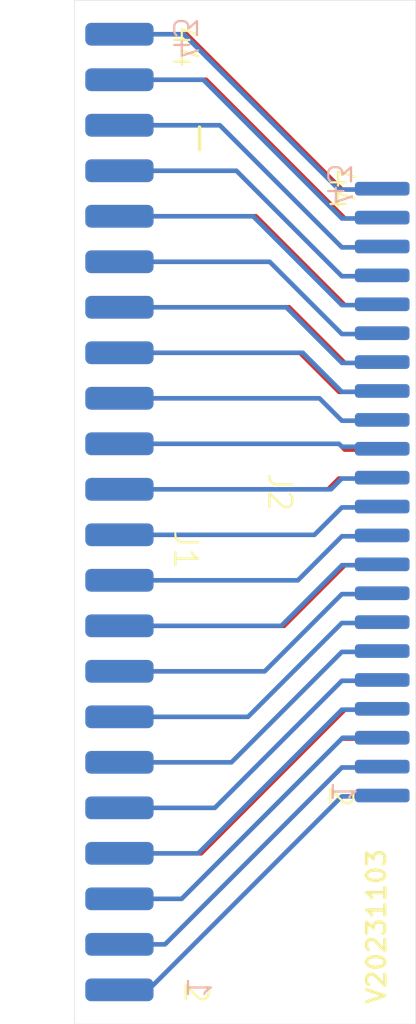
<source format=kicad_pcb>
(kicad_pcb (version 20221018) (generator pcbnew)
  (layers (0 "F.Cu" signal) (31 "B.Cu" signal) (34 "B.Paste" user) (35 "F.Paste" user) (36 "B.SilkS" user "B.Silkscreen") (37 "F.SilkS" user "F.Silkscreen") (38 "B.Mask" user) (39 "F.Mask" user) (44 "Edge.Cuts" user))
  (net 0 "")
  (net 1 "/P1")
  (net 2 "/P2")
  (net 3 "/P3")
  (net 4 "/P4")
  (net 5 "/P5")
  (net 6 "/P6")
  (net 7 "/P7")
  (net 8 "/P8")
  (net 9 "/P9")
  (net 10 "/P10")
  (net 11 "/P11")
  (net 12 "/P12")
  (net 13 "/P13")
  (net 14 "/P14")
  (net 15 "/P15")
  (net 16 "/P16")
  (net 17 "/P17")
  (net 18 "/P18")
  (net 19 "/P19")
  (net 20 "/P20")
  (net 21 "/P21")
  (net 22 "/P22")
  (net 23 "/P23")
  (net 24 "/P24")
  (net 25 "/P25")
  (net 26 "/P26")
  (net 27 "/P27")
  (net 28 "/P28")
  (net 29 "/P29")
  (net 30 "/P30")
  (net 31 "/P31")
  (net 32 "/P32")
  (net 33 "/P33")
  (net 34 "/P34")
  (net 35 "/P35")
  (net 36 "/P36")
  (net 37 "/P37")
  (net 38 "/P38")
  (net 39 "/P39")
  (net 40 "/P40")
  (net 41 "/P41")
  (net 42 "/P42")
  (net 43 "/P43")
  (net 44 "/P44")
  (footprint "SquantorConnectors:PCB_Edge_header_2x22_P1.27mm_receive_male" (layer "F.Cu") (at 28.524 41.619 -90)
    (fp_text reference "J2" (at 0 -0.5 -90 unlocked) (layer "F.SilkS") (effects (font (thickness 0.1))))
    (fp_text value "Conn_02x22_Odd_Even" hide)
    (fp_text user "43" (at -12.5 -2.5 -90 unlocked) (layer "B.SilkS") (effects (font (thickness 0.1)) (justify left bottom mirror)))
    (fp_text user "1" (at 13.7 -2.7 -90 unlocked) (layer "B.SilkS") (effects (font (thickness 0.1)) (justify left bottom mirror)))
    (fp_text user "44" (at -14.35 -2.6 -90 unlocked) (layer "F.SilkS") (effects (font (thickness 0.1)) (justify left bottom)))
    (fp_text user "2" (at 12.85 -2.6 -90 unlocked) (layer "F.SilkS") (effects (font (thickness 0.1)) (justify left bottom)))
    (pad "1" smd roundrect (at 13.335 -5 180) (size 2.4 0.6) (layers "B.Cu" "B.Paste" "B.Mask") (net 1 "/P1"))
    (pad "2" smd roundrect (at 13.335 -5 180) (size 2.4 0.6) (layers "F.Cu" "F.Paste" "F.Mask") (net 2 "/P2"))
    (pad "3" smd roundrect (at 12.065 -5 180) (size 2.4 0.6) (layers "B.Cu" "B.Paste" "B.Mask") (net 3 "/P3"))
    (pad "4" smd roundrect (at 12.065 -5 180) (size 2.4 0.6) (layers "F.Cu" "F.Paste" "F.Mask") (net 4 "/P4"))
    (pad "5" smd roundrect (at 10.795 -5 180) (size 2.4 0.6) (layers "B.Cu" "B.Paste" "B.Mask") (net 5 "/P5"))
    (pad "6" smd roundrect (at 10.795 -5 180) (size 2.4 0.6) (layers "F.Cu" "F.Paste" "F.Mask") (net 6 "/P6"))
    (pad "7" smd roundrect (at 9.525 -5 180) (size 2.4 0.6) (layers "B.Cu" "B.Paste" "B.Mask") (net 7 "/P7"))
    (pad "8" smd roundrect (at 9.525 -5 180) (size 2.4 0.6) (layers "F.Cu" "F.Paste" "F.Mask") (net 8 "/P8"))
    (pad "9" smd roundrect (at 8.255 -5 180) (size 2.4 0.6) (layers "B.Cu" "B.Paste" "B.Mask") (net 9 "/P9"))
    (pad "10" smd roundrect (at 8.255 -5 180) (size 2.4 0.6) (layers "F.Cu" "F.Paste" "F.Mask") (net 10 "/P10"))
    (pad "11" smd roundrect (at 6.985 -5 180) (size 2.4 0.6) (layers "B.Cu" "B.Paste" "B.Mask") (net 11 "/P11"))
    (pad "12" smd roundrect (at 6.985 -5 180) (size 2.4 0.6) (layers "F.Cu" "F.Paste" "F.Mask") (net 12 "/P12"))
    (pad "13" smd roundrect (at 5.715 -5 180) (size 2.4 0.6) (layers "B.Cu" "B.Paste" "B.Mask") (net 13 "/P13"))
    (pad "14" smd roundrect (at 5.715 -5 180) (size 2.4 0.6) (layers "F.Cu" "F.Paste" "F.Mask") (net 14 "/P14"))
    (pad "15" smd roundrect (at 4.445 -5 180) (size 2.4 0.6) (layers "B.Cu" "B.Paste" "B.Mask") (net 15 "/P15"))
    (pad "16" smd roundrect (at 4.445 -5 180) (size 2.4 0.6) (layers "F.Cu" "F.Paste" "F.Mask") (net 16 "/P16"))
    (pad "17" smd roundrect (at 3.175 -5 180) (size 2.4 0.6) (layers "B.Cu" "B.Paste" "B.Mask") (net 17 "/P17"))
    (pad "18" smd roundrect (at 3.175 -5 180) (size 2.4 0.6) (layers "F.Cu" "F.Paste" "F.Mask") (net 18 "/P18"))
    (pad "19" smd roundrect (at 1.905 -5 180) (size 2.4 0.6) (layers "B.Cu" "B.Paste" "B.Mask") (net 19 "/P19"))
    (pad "20" smd roundrect (at 1.905 -5 180) (size 2.4 0.6) (layers "F.Cu" "F.Paste" "F.Mask") (net 20 "/P20"))
    (pad "21" smd roundrect (at 0.635 -5 180) (size 2.4 0.6) (layers "B.Cu" "B.Paste" "B.Mask") (net 21 "/P21"))
    (pad "22" smd roundrect (at 0.635 -5 180) (size 2.4 0.6) (layers "F.Cu" "F.Paste" "F.Mask") (net 22 "/P22"))
    (pad "23" smd roundrect (at -0.635 -5 180) (size 2.4 0.6) (layers "B.Cu" "B.Paste" "B.Mask") (net 23 "/P23"))
    (pad "24" smd roundrect (at -0.635 -5 180) (size 2.4 0.6) (layers "F.Cu" "F.Paste" "F.Mask") (net 24 "/P24"))
    (pad "25" smd roundrect (at -1.905 -5 180) (size 2.4 0.6) (layers "B.Cu" "B.Paste" "B.Mask") (net 25 "/P25"))
    (pad "26" smd roundrect (at -1.905 -5 180) (size 2.4 0.6) (layers "F.Cu" "F.Paste" "F.Mask") (net 26 "/P26"))
    (pad "27" smd roundrect (at -3.175 -5 180) (size 2.4 0.6) (layers "B.Cu" "B.Paste" "B.Mask") (net 27 "/P27"))
    (pad "28" smd roundrect (at -3.175 -5 180) (size 2.4 0.6) (layers "F.Cu" "F.Paste" "F.Mask") (net 28 "/P28"))
    (pad "29" smd roundrect (at -4.445 -5 180) (size 2.4 0.6) (layers "B.Cu" "B.Paste" "B.Mask") (net 29 "/P29"))
    (pad "30" smd roundrect (at -4.445 -5 180) (size 2.4 0.6) (layers "F.Cu" "F.Paste" "F.Mask") (net 30 "/P30"))
    (pad "31" smd roundrect (at -5.715 -5 180) (size 2.4 0.6) (layers "B.Cu" "B.Paste" "B.Mask") (net 31 "/P31"))
    (pad "32" smd roundrect (at -5.715 -5 180) (size 2.4 0.6) (layers "F.Cu" "F.Paste" "F.Mask") (net 32 "/P32"))
    (pad "33" smd roundrect (at -6.985 -5 180) (size 2.4 0.6) (layers "B.Cu" "B.Paste" "B.Mask") (net 33 "/P33"))
    (pad "34" smd roundrect (at -6.985 -5 180) (size 2.4 0.6) (layers "F.Cu" "F.Paste" "F.Mask") (net 34 "/P34"))
    (pad "35" smd roundrect (at -8.255 -5 180) (size 2.4 0.6) (layers "B.Cu" "B.Paste" "B.Mask") (net 35 "/P35"))
    (pad "36" smd roundrect (at -8.255 -5 180) (size 2.4 0.6) (layers "F.Cu" "F.Paste" "F.Mask") (net 36 "/P36"))
    (pad "37" smd roundrect (at -9.525 -5 180) (size 2.4 0.6) (layers "B.Cu" "B.Paste" "B.Mask") (net 37 "/P37"))
    (pad "38" smd roundrect (at -9.525 -5 180) (size 2.4 0.6) (layers "F.Cu" "F.Paste" "F.Mask") (net 38 "/P38"))
    (pad "39" smd roundrect (at -10.795 -5 180) (size 2.4 0.6) (layers "B.Cu" "B.Paste" "B.Mask") (net 39 "/P39"))
    (pad "40" smd roundrect (at -10.795 -5 180) (size 2.4 0.6) (layers "F.Cu" "F.Paste" "F.Mask") (net 40 "/P40"))
    (pad "41" smd roundrect (at -12.065 -5 180) (size 2.4 0.6) (layers "B.Cu" "B.Paste" "B.Mask") (net 41 "/P41"))
    (pad "42" smd roundrect (at -12.065 -5 180) (size 2.4 0.6) (layers "F.Cu" "F.Paste" "F.Mask") (net 42 "/P42"))
    (pad "43" smd roundrect (at -13.335 -5) (size 2.4 0.6) (layers "B.Cu" "B.Paste" "B.Mask") (net 43 "/P43"))
    (pad "44" smd roundrect (at -13.335 -5 180) (size 2.4 0.6) (layers "F.Cu" "F.Paste" "F.Mask") (net 44 "/P44"))
  )
  (footprint "SquantorLabels:Label_Generic" (layer "F.Cu") (at 24.892 26.0745 90)
    (fp_text reference "N1" hide)
    (fp_text value "V20231103" (at -34.6315 8.382 90) (layer "F.SilkS") (effects (font (size 0.8 0.8))))
    (fp_line (start -0.5 0.6) (end 0.5 0.6) (stroke (width 0.15)) (layer "F.SilkS"))
  )
  (footprint "SquantorConnectors:PCB_Edge_header_2x22_P2.00mm_receive_male" (layer "F.Cu") (at 16.971 42.495 -90)
    (fp_text reference "J1" (at 1.664 -7.917 -90 unlocked) (layer "F.SilkS") (effects (font (thickness 0.1))))
    (fp_text value "Conn_02x22_Odd_Even" hide)
    (fp_text user "43" (at -19.799 -7.282 -90 unlocked) (layer "B.SilkS") (effects (font (thickness 0.1)) (justify left bottom mirror)))
    (fp_text user "1" (at 21.437 -7.89 -90 unlocked) (layer "B.SilkS") (effects (font (thickness 0.1)) (justify left bottom mirror)))
    (fp_text user "2" (at 20.587 -7.79 -90 unlocked) (layer "F.SilkS") (effects (font (thickness 0.1)) (justify left bottom)))
    (fp_text user "44" (at -21.48 -7.282 -90 unlocked) (layer "F.SilkS") (effects (font (thickness 0.1)) (justify left bottom)))
    (pad "1" smd roundrect (at 21 -5 180) (size 3 1) (layers "B.Cu" "B.Paste" "B.Mask") (net 1 "/P1"))
    (pad "2" smd roundrect (at 21 -5 180) (size 3 1) (layers "F.Cu" "F.Paste" "F.Mask") (net 2 "/P2"))
    (pad "3" smd roundrect (at 19 -5 180) (size 3 1) (layers "B.Cu" "B.Paste" "B.Mask") (net 3 "/P3"))
    (pad "4" smd roundrect (at 19 -5 180) (size 3 1) (layers "F.Cu" "F.Paste" "F.Mask") (net 4 "/P4"))
    (pad "5" smd roundrect (at 17 -5 180) (size 3 1) (layers "B.Cu" "B.Paste" "B.Mask") (net 5 "/P5"))
    (pad "6" smd roundrect (at 17 -5 180) (size 3 1) (layers "F.Cu" "F.Paste" "F.Mask") (net 6 "/P6"))
    (pad "7" smd roundrect (at 15 -5 180) (size 3 1) (layers "B.Cu" "B.Paste" "B.Mask") (net 7 "/P7"))
    (pad "8" smd roundrect (at 15 -5 180) (size 3 1) (layers "F.Cu" "F.Paste" "F.Mask") (net 8 "/P8"))
    (pad "9" smd roundrect (at 13 -5 180) (size 3 1) (layers "B.Cu" "B.Paste" "B.Mask") (net 9 "/P9"))
    (pad "10" smd roundrect (at 13 -5 180) (size 3 1) (layers "F.Cu" "F.Paste" "F.Mask") (net 10 "/P10"))
    (pad "11" smd roundrect (at 11 -5 180) (size 3 1) (layers "B.Cu" "B.Paste" "B.Mask") (net 11 "/P11"))
    (pad "12" smd roundrect (at 11 -5 180) (size 3 1) (layers "F.Cu" "F.Paste" "F.Mask") (net 12 "/P12"))
    (pad "13" smd roundrect (at 9 -5 180) (size 3 1) (layers "B.Cu" "B.Paste" "B.Mask") (net 13 "/P13"))
    (pad "14" smd roundrect (at 9 -5 180) (size 3 1) (layers "F.Cu" "F.Paste" "F.Mask") (net 14 "/P14"))
    (pad "15" smd roundrect (at 7 -5 180) (size 3 1) (layers "B.Cu" "B.Paste" "B.Mask") (net 15 "/P15"))
    (pad "16" smd roundrect (at 7 -5 180) (size 3 1) (layers "F.Cu" "F.Paste" "F.Mask") (net 16 "/P16"))
    (pad "17" smd roundrect (at 5 -5 180) (size 3 1) (layers "B.Cu" "B.Paste" "B.Mask") (net 17 "/P17"))
    (pad "18" smd roundrect (at 5 -5 180) (size 3 1) (layers "F.Cu" "F.Paste" "F.Mask") (net 18 "/P18"))
    (pad "19" smd roundrect (at 3 -5 180) (size 3 1) (layers "B.Cu" "B.Paste" "B.Mask") (net 19 "/P19"))
    (pad "20" smd roundrect (at 3 -5 180) (size 3 1) (layers "F.Cu" "F.Paste" "F.Mask") (net 20 "/P20"))
    (pad "21" smd roundrect (at 1 -5 180) (size 3 1) (layers "B.Cu" "B.Paste" "B.Mask") (net 21 "/P21"))
    (pad "22" smd roundrect (at 1 -5 180) (size 3 1) (layers "F.Cu" "F.Paste" "F.Mask") (net 22 "/P22"))
    (pad "23" smd roundrect (at -1 -5 180) (size 3 1) (layers "B.Cu" "B.Paste" "B.Mask") (net 23 "/P23"))
    (pad "24" smd roundrect (at -1 -5 180) (size 3 1) (layers "F.Cu" "F.Paste" "F.Mask") (net 24 "/P24"))
    (pad "25" smd roundrect (at -3 -5 180) (size 3 1) (layers "B.Cu" "B.Paste" "B.Mask") (net 25 "/P25"))
    (pad "26" smd roundrect (at -3 -5 180) (size 3 1) (layers "F.Cu" "F.Paste" "F.Mask") (net 26 "/P26"))
    (pad "27" smd roundrect (at -5 -5 180) (size 3 1) (layers "B.Cu" "B.Paste" "B.Mask") (net 27 "/P27"))
    (pad "28" smd roundrect (at -5 -5 180) (size 3 1) (layers "F.Cu" "F.Paste" "F.Mask") (net 28 "/P28"))
    (pad "29" smd roundrect (at -7 -5 180) (size 3 1) (layers "B.Cu" "B.Paste" "B.Mask") (net 29 "/P29"))
    (pad "30" smd roundrect (at -7 -5 180) (size 3 1) (layers "F.Cu" "F.Paste" "F.Mask") (net 30 "/P30"))
    (pad "31" smd roundrect (at -9 -5 180) (size 3 1) (layers "B.Cu" "B.Paste" "B.Mask") (net 31 "/P31"))
    (pad "32" smd roundrect (at -9 -5 180) (size 3 1) (layers "F.Cu" "F.Paste" "F.Mask") (net 32 "/P32"))
    (pad "33" smd roundrect (at -11 -5 180) (size 3 1) (layers "B.Cu" "B.Paste" "B.Mask") (net 33 "/P33"))
    (pad "34" smd roundrect (at -11 -5 180) (size 3 1) (layers "F.Cu" "F.Paste" "F.Mask") (net 34 "/P34"))
    (pad "35" smd roundrect (at -13 -5 180) (size 3 1) (layers "B.Cu" "B.Paste" "B.Mask") (net 35 "/P35"))
    (pad "36" smd roundrect (at -13 -5 180) (size 3 1) (layers "F.Cu" "F.Paste" "F.Mask") (net 36 "/P36"))
    (pad "37" smd roundrect (at -15 -5 180) (size 3 1) (layers "B.Cu" "B.Paste" "B.Mask") (net 37 "/P37"))
    (pad "38" smd roundrect (at -15 -5 180) (size 3 1) (layers "F.Cu" "F.Paste" "F.Mask") (net 38 "/P38"))
    (pad "39" smd roundrect (at -17 -5 180) (size 3 1) (layers "B.Cu" "B.Paste" "B.Mask") (net 39 "/P39"))
    (pad "40" smd roundrect (at -17 -5 180) (size 3 1) (layers "F.Cu" "F.Paste" "F.Mask") (net 40 "/P40"))
    (pad "41" smd roundrect (at -19 -5 180) (size 3 1) (layers "B.Cu" "B.Paste" "B.Mask") (net 41 "/P41"))
    (pad "42" smd roundrect (at -19 -5 180) (size 3 1) (layers "F.Cu" "F.Paste" "F.Mask") (net 42 "/P42"))
    (pad "43" smd roundrect (at -21 -5) (size 3 1) (layers "B.Cu" "B.Paste" "B.Mask") (net 43 "/P43"))
    (pad "44" smd roundrect (at -21 -5 180) (size 3 1) (layers "F.Cu" "F.Paste" "F.Mask") (net 44 "/P44"))
  )
  (gr_line (start 35 20) (end 35 65) (stroke (width 0.02)) (layer "Edge.Cuts"))
  (gr_line (start 20 20) (end 35 20) (stroke (width 0.02)) (layer "Edge.Cuts"))
  (gr_line (start 35 65) (end 20 65) (stroke (width 0.02)) (layer "Edge.Cuts"))
  (gr_line (start 20 20) (end 20 65) (stroke (width 0.02)) (layer "Edge.Cuts"))
  (segment (start 23.246 63.495) (end 31.75 54.991) (width 0.2) (layer "B.Cu") (net 1))
  (segment (start 31.75 54.991) (end 33.487 54.991) (width 0.2) (layer "B.Cu") (net 1))
  (segment (start 21.971 63.495) (end 23.246 63.495) (width 0.2) (layer "B.Cu") (net 1))
  (segment (start 33.487 54.991) (end 33.524 54.954) (width 0.2) (layer "B.Cu") (net 1))
  (segment (start 33.487 54.991) (end 33.524 54.954) (width 0.2) (layer "F.Cu") (net 2))
  (segment (start 23.246 63.495) (end 31.75 54.991) (width 0.2) (layer "F.Cu") (net 2))
  (segment (start 31.75 54.991) (end 33.487 54.991) (width 0.2) (layer "F.Cu") (net 2))
  (segment (start 21.971 63.495) (end 23.246 63.495) (width 0.2) (layer "F.Cu") (net 2))
  (segment (start 23.976 61.495) (end 31.75 53.721) (width 0.2) (layer "B.Cu") (net 3))
  (segment (start 33.487 53.721) (end 33.524 53.684) (width 0.2) (layer "B.Cu") (net 3))
  (segment (start 31.75 53.721) (end 33.487 53.721) (width 0.2) (layer "B.Cu") (net 3))
  (segment (start 21.971 61.495) (end 23.976 61.495) (width 0.2) (layer "B.Cu") (net 3))
  (segment (start 33.487 53.721) (end 33.524 53.684) (width 0.2) (layer "F.Cu") (net 4))
  (segment (start 23.976 61.495) (end 31.75 53.721) (width 0.2) (layer "F.Cu") (net 4))
  (segment (start 31.75 53.721) (end 33.487 53.721) (width 0.2) (layer "F.Cu") (net 4))
  (segment (start 21.971 61.495) (end 23.976 61.495) (width 0.2) (layer "F.Cu") (net 4))
  (segment (start 21.971 59.495) (end 24.706 59.495) (width 0.2) (layer "B.Cu") (net 5))
  (segment (start 24.706 59.495) (end 31.787 52.414) (width 0.2) (layer "B.Cu") (net 5))
  (segment (start 31.787 52.414) (end 33.524 52.414) (width 0.2) (layer "B.Cu") (net 5))
  (segment (start 21.971 59.495) (end 24.706 59.495) (width 0.2) (layer "F.Cu") (net 6))
  (segment (start 31.75 52.451) (end 33.487 52.451) (width 0.2) (layer "F.Cu") (net 6))
  (segment (start 24.706 59.495) (end 31.75 52.451) (width 0.2) (layer "F.Cu") (net 6))
  (segment (start 33.487 52.451) (end 33.524 52.414) (width 0.2) (layer "F.Cu") (net 6))
  (segment (start 25.436 57.495) (end 31.75 51.181) (width 0.2) (layer "B.Cu") (net 7))
  (segment (start 31.75 51.181) (end 33.487 51.181) (width 0.2) (layer "B.Cu") (net 7))
  (segment (start 21.971 57.495) (end 25.436 57.495) (width 0.2) (layer "B.Cu") (net 7))
  (segment (start 33.487 51.181) (end 33.524 51.144) (width 0.2) (layer "B.Cu") (net 7))
  (segment (start 21.971 57.495) (end 25.563 57.495) (width 0.2) (layer "F.Cu") (net 8))
  (segment (start 33.487 51.181) (end 33.524 51.144) (width 0.2) (layer "F.Cu") (net 8))
  (segment (start 31.877 51.181) (end 33.487 51.181) (width 0.2) (layer "F.Cu") (net 8))
  (segment (start 25.563 57.495) (end 31.877 51.181) (width 0.2) (layer "F.Cu") (net 8))
  (segment (start 31.75 49.911) (end 33.487 49.911) (width 0.2) (layer "B.Cu") (net 9))
  (segment (start 21.971 55.495) (end 26.166 55.495) (width 0.2) (layer "B.Cu") (net 9))
  (segment (start 26.166 55.495) (end 31.75 49.911) (width 0.2) (layer "B.Cu") (net 9))
  (segment (start 33.487 49.911) (end 33.524 49.874) (width 0.2) (layer "B.Cu") (net 9))
  (segment (start 21.971 55.495) (end 26.166 55.495) (width 0.2) (layer "F.Cu") (net 10))
  (segment (start 33.487 49.911) (end 33.524 49.874) (width 0.2) (layer "F.Cu") (net 10))
  (segment (start 26.166 55.495) (end 31.75 49.911) (width 0.2) (layer "F.Cu") (net 10))
  (segment (start 31.75 49.911) (end 33.487 49.911) (width 0.2) (layer "F.Cu") (net 10))
  (segment (start 31.75 48.641) (end 33.487 48.641) (width 0.2) (layer "B.Cu") (net 11))
  (segment (start 26.896 53.495) (end 31.75 48.641) (width 0.2) (layer "B.Cu") (net 11))
  (segment (start 33.487 48.641) (end 33.524 48.604) (width 0.2) (layer "B.Cu") (net 11))
  (segment (start 21.971 53.495) (end 26.896 53.495) (width 0.2) (layer "B.Cu") (net 11))
  (segment (start 21.971 53.495) (end 26.896 53.495) (width 0.2) (layer "F.Cu") (net 12))
  (segment (start 26.896 53.495) (end 31.75 48.641) (width 0.2) (layer "F.Cu") (net 12))
  (segment (start 31.75 48.641) (end 33.487 48.641) (width 0.2) (layer "F.Cu") (net 12))
  (segment (start 33.487 48.641) (end 33.524 48.604) (width 0.2) (layer "F.Cu") (net 12))
  (segment (start 33.487 47.371) (end 33.524 47.334) (width 0.2) (layer "B.Cu") (net 13))
  (segment (start 27.626 51.495) (end 31.75 47.371) (width 0.2) (layer "B.Cu") (net 13))
  (segment (start 31.75 47.371) (end 33.487 47.371) (width 0.2) (layer "B.Cu") (net 13))
  (segment (start 21.971 51.495) (end 27.626 51.495) (width 0.2) (layer "B.Cu") (net 13))
  (segment (start 33.487 47.371) (end 33.524 47.334) (width 0.2) (layer "F.Cu") (net 14))
  (segment (start 21.971 51.495) (end 27.626 51.495) (width 0.2) (layer "F.Cu") (net 14))
  (segment (start 27.626 51.495) (end 31.75 47.371) (width 0.2) (layer "F.Cu") (net 14))
  (segment (start 31.75 47.371) (end 33.487 47.371) (width 0.2) (layer "F.Cu") (net 14))
  (segment (start 28.356 49.495) (end 31.75 46.101) (width 0.2) (layer "B.Cu") (net 15))
  (segment (start 21.971 49.495) (end 28.356 49.495) (width 0.2) (layer "B.Cu") (net 15))
  (segment (start 33.487 46.101) (end 33.524 46.064) (width 0.2) (layer "B.Cu") (net 15))
  (segment (start 31.75 46.101) (end 33.487 46.101) (width 0.2) (layer "B.Cu") (net 15))
  (segment (start 33.487 46.101) (end 33.524 46.064) (width 0.2) (layer "F.Cu") (net 16))
  (segment (start 28.356 49.495) (end 31.75 46.101) (width 0.2) (layer "F.Cu") (net 16))
  (segment (start 31.75 46.101) (end 33.487 46.101) (width 0.2) (layer "F.Cu") (net 16))
  (segment (start 21.971 49.495) (end 28.356 49.495) (width 0.2) (layer "F.Cu") (net 16))
  (segment (start 33.487 44.831) (end 33.524 44.794) (width 0.2) (layer "B.Cu") (net 17))
  (segment (start 29.086 47.495) (end 31.75 44.831) (width 0.2) (layer "B.Cu") (net 17))
  (segment (start 31.75 44.831) (end 33.487 44.831) (width 0.2) (layer "B.Cu") (net 17))
  (segment (start 21.971 47.495) (end 29.086 47.495) (width 0.2) (layer "B.Cu") (net 17))
  (segment (start 21.971 47.495) (end 29.213 47.495) (width 0.2) (layer "F.Cu") (net 18))
  (segment (start 33.487 44.831) (end 33.524 44.794) (width 0.2) (layer "F.Cu") (net 18))
  (segment (start 31.877 44.831) (end 33.487 44.831) (width 0.2) (layer "F.Cu") (net 18))
  (segment (start 29.213 47.495) (end 31.877 44.831) (width 0.2) (layer "F.Cu") (net 18))
  (segment (start 33.487 43.561) (end 33.524 43.524) (width 0.2) (layer "B.Cu") (net 19))
  (segment (start 29.816 45.495) (end 31.75 43.561) (width 0.2) (layer "B.Cu") (net 19))
  (segment (start 21.971 45.495) (end 29.816 45.495) (width 0.2) (layer "B.Cu") (net 19))
  (segment (start 31.75 43.561) (end 33.487 43.561) (width 0.2) (layer "B.Cu") (net 19))
  (segment (start 33.487 43.561) (end 33.524 43.524) (width 0.2) (layer "F.Cu") (net 20))
  (segment (start 31.75 43.561) (end 33.487 43.561) (width 0.2) (layer "F.Cu") (net 20))
  (segment (start 29.816 45.495) (end 31.75 43.561) (width 0.2) (layer "F.Cu") (net 20))
  (segment (start 21.971 45.495) (end 29.816 45.495) (width 0.2) (layer "F.Cu") (net 20))
  (segment (start 33.487 42.291) (end 33.524 42.254) (width 0.2) (layer "B.Cu") (net 21))
  (segment (start 30.546 43.495) (end 31.75 42.291) (width 0.2) (layer "B.Cu") (net 21))
  (segment (start 31.75 42.291) (end 33.487 42.291) (width 0.2) (layer "B.Cu") (net 21))
  (segment (start 21.971 43.495) (end 30.546 43.495) (width 0.2) (layer "B.Cu") (net 21))
  (segment (start 33.487 42.291) (end 33.524 42.254) (width 0.2) (layer "F.Cu") (net 22))
  (segment (start 21.971 43.495) (end 30.546 43.495) (width 0.2) (layer "F.Cu") (net 22))
  (segment (start 30.546 43.495) (end 31.75 42.291) (width 0.2) (layer "F.Cu") (net 22))
  (segment (start 31.75 42.291) (end 33.487 42.291) (width 0.2) (layer "F.Cu") (net 22))
  (segment (start 33.487 41.021) (end 33.524 40.984) (width 0.2) (layer "B.Cu") (net 23))
  (segment (start 31.75 41.021) (end 33.487 41.021) (width 0.2) (layer "B.Cu") (net 23))
  (segment (start 31.276 41.495) (end 31.75 41.021) (width 0.2) (layer "B.Cu") (net 23))
  (segment (start 21.971 41.495) (end 31.276 41.495) (width 0.2) (layer "B.Cu") (net 23))
  (segment (start 33.487 41.021) (end 33.524 40.984) (width 0.2) (layer "F.Cu") (net 24))
  (segment (start 21.971 41.495) (end 31.149 41.495) (width 0.2) (layer "F.Cu") (net 24))
  (segment (start 31.149 41.495) (end 31.623 41.021) (width 0.2) (layer "F.Cu") (net 24))
  (segment (start 31.623 41.021) (end 33.487 41.021) (width 0.2) (layer "F.Cu") (net 24))
  (segment (start 21.971 39.495) (end 31.621 39.495) (width 0.2) (layer "B.Cu") (net 25))
  (segment (start 31.75 39.624) (end 33.434 39.624) (width 0.2) (layer "B.Cu") (net 25))
  (segment (start 31.621 39.495) (end 31.75 39.624) (width 0.2) (layer "B.Cu") (net 25))
  (segment (start 33.434 39.624) (end 33.524 39.714) (width 0.2) (layer "B.Cu") (net 25))
  (segment (start 31.877 39.751) (end 33.487 39.751) (width 0.2) (layer "F.Cu") (net 26))
  (segment (start 31.621 39.495) (end 31.877 39.751) (width 0.2) (layer "F.Cu") (net 26))
  (segment (start 21.971 39.495) (end 31.621 39.495) (width 0.2) (layer "F.Cu") (net 26))
  (segment (start 33.487 39.751) (end 33.524 39.714) (width 0.2) (layer "F.Cu") (net 26))
  (segment (start 30.764 37.495) (end 31.75 38.481) (width 0.2) (layer "B.Cu") (net 27))
  (segment (start 33.487 38.481) (end 33.524 38.444) (width 0.2) (layer "B.Cu") (net 27))
  (segment (start 31.75 38.481) (end 33.487 38.481) (width 0.2) (layer "B.Cu") (net 27))
  (segment (start 21.971 37.495) (end 30.764 37.495) (width 0.2) (layer "B.Cu") (net 27))
  (segment (start 30.764 37.495) (end 31.75 38.481) (width 0.2) (layer "F.Cu") (net 28))
  (segment (start 33.487 38.481) (end 33.524 38.444) (width 0.2) (layer "F.Cu") (net 28))
  (segment (start 31.75 38.481) (end 33.487 38.481) (width 0.2) (layer "F.Cu") (net 28))
  (segment (start 21.971 37.495) (end 30.764 37.495) (width 0.2) (layer "F.Cu") (net 28))
  (segment (start 31.75 37.211) (end 33.487 37.211) (width 0.2) (layer "B.Cu") (net 29))
  (segment (start 21.971 35.495) (end 30.034 35.495) (width 0.2) (layer "B.Cu") (net 29))
  (segment (start 33.487 37.211) (end 33.524 37.174) (width 0.2) (layer "B.Cu") (net 29))
  (segment (start 30.034 35.495) (end 31.75 37.211) (width 0.2) (layer "B.Cu") (net 29))
  (segment (start 31.623 37.211) (end 33.487 37.211) (width 0.2) (layer "F.Cu") (net 30))
  (segment (start 33.487 37.211) (end 33.524 37.174) (width 0.2) (layer "F.Cu") (net 30))
  (segment (start 21.971 35.495) (end 29.907 35.495) (width 0.2) (layer "F.Cu") (net 30))
  (segment (start 29.907 35.495) (end 31.623 37.211) (width 0.2) (layer "F.Cu") (net 30))
  (segment (start 31.75 35.941) (end 33.487 35.941) (width 0.2) (layer "B.Cu") (net 31))
  (segment (start 21.971 33.495) (end 29.304 33.495) (width 0.2) (layer "B.Cu") (net 31))
  (segment (start 33.487 35.941) (end 33.524 35.904) (width 0.2) (layer "B.Cu") (net 31))
  (segment (start 29.304 33.495) (end 31.75 35.941) (width 0.2) (layer "B.Cu") (net 31))
  (segment (start 21.971 33.495) (end 29.431 33.495) (width 0.2) (layer "F.Cu") (net 32))
  (segment (start 31.877 35.941) (end 33.487 35.941) (width 0.2) (layer "F.Cu") (net 32))
  (segment (start 33.487 35.941) (end 33.524 35.904) (width 0.2) (layer "F.Cu") (net 32))
  (segment (start 29.431 33.495) (end 31.877 35.941) (width 0.2) (layer "F.Cu") (net 32))
  (segment (start 21.971 31.495) (end 28.574 31.495) (width 0.2) (layer "B.Cu") (net 33))
  (segment (start 31.75 34.671) (end 33.487 34.671) (width 0.2) (layer "B.Cu") (net 33))
  (segment (start 28.574 31.495) (end 31.75 34.671) (width 0.2) (layer "B.Cu") (net 33))
  (segment (start 33.487 34.671) (end 33.524 34.634) (width 0.2) (layer "B.Cu") (net 33))
  (segment (start 33.487 34.671) (end 33.524 34.634) (width 0.2) (layer "F.Cu") (net 34))
  (segment (start 28.574 31.495) (end 31.75 34.671) (width 0.2) (layer "F.Cu") (net 34))
  (segment (start 31.75 34.671) (end 33.487 34.671) (width 0.2) (layer "F.Cu") (net 34))
  (segment (start 21.971 31.495) (end 28.574 31.495) (width 0.2) (layer "F.Cu") (net 34))
  (segment (start 27.844 29.495) (end 31.75 33.401) (width 0.2) (layer "B.Cu") (net 35))
  (segment (start 21.971 29.495) (end 27.844 29.495) (width 0.2) (layer "B.Cu") (net 35))
  (segment (start 31.75 33.401) (end 33.487 33.401) (width 0.2) (layer "B.Cu") (net 35))
  (segment (start 33.487 33.401) (end 33.524 33.364) (width 0.2) (layer "B.Cu") (net 35))
  (segment (start 21.971 29.495) (end 27.971 29.495) (width 0.2) (layer "F.Cu") (net 36))
  (segment (start 33.487 33.401) (end 33.524 33.364) (width 0.2) (layer "F.Cu") (net 36))
  (segment (start 31.877 33.401) (end 33.487 33.401) (width 0.2) (layer "F.Cu") (net 36))
  (segment (start 27.971 29.495) (end 31.877 33.401) (width 0.2) (layer "F.Cu") (net 36))
  (segment (start 33.487 32.131) (end 33.524 32.094) (width 0.2) (layer "B.Cu") (net 37))
  (segment (start 21.971 27.495) (end 27.114 27.495) (width 0.2) (layer "B.Cu") (net 37))
  (segment (start 31.75 32.131) (end 33.487 32.131) (width 0.2) (layer "B.Cu") (net 37))
  (segment (start 27.114 27.495) (end 31.75 32.131) (width 0.2) (layer "B.Cu") (net 37))
  (segment (start 21.971 27.495) (end 27.114 27.495) (width 0.2) (layer "F.Cu") (net 38))
  (segment (start 31.75 32.131) (end 33.487 32.131) (width 0.2) (layer "F.Cu") (net 38))
  (segment (start 33.487 32.131) (end 33.524 32.094) (width 0.2) (layer "F.Cu") (net 38))
  (segment (start 27.114 27.495) (end 31.75 32.131) (width 0.2) (layer "F.Cu") (net 38))
  (segment (start 31.75 30.861) (end 33.487 30.861) (width 0.2) (layer "B.Cu") (net 39))
  (segment (start 26.384 25.495) (end 31.75 30.861) (width 0.2) (layer "B.Cu") (net 39))
  (segment (start 33.487 30.861) (end 33.524 30.824) (width 0.2) (layer "B.Cu") (net 39))
  (segment (start 21.971 25.495) (end 26.384 25.495) (width 0.2) (layer "B.Cu") (net 39))
  (segment (start 33.487 30.861) (end 33.524 30.824) (width 0.2) (layer "F.Cu") (net 40))
  (segment (start 31.75 30.861) (end 33.487 30.861) (width 0.2) (layer "F.Cu") (net 40))
  (segment (start 26.384 25.495) (end 31.75 30.861) (width 0.2) (layer "F.Cu") (net 40))
  (segment (start 21.971 25.495) (end 26.384 25.495) (width 0.2) (layer "F.Cu") (net 40))
  (segment (start 33.487 29.591) (end 33.524 29.554) (width 0.2) (layer "B.Cu") (net 41))
  (segment (start 31.75 29.591) (end 33.487 29.591) (width 0.2) (layer "B.Cu") (net 41))
  (segment (start 21.971 23.495) (end 25.654 23.495) (width 0.2) (layer "B.Cu") (net 41))
  (segment (start 25.654 23.495) (end 31.75 29.591) (width 0.2) (layer "B.Cu") (net 41))
  (segment (start 21.971 23.495) (end 25.781 23.495) (width 0.2) (layer "F.Cu") (net 42))
  (segment (start 31.877 29.591) (end 33.487 29.591) (width 0.2) (layer "F.Cu") (net 42))
  (segment (start 25.781 23.495) (end 31.877 29.591) (width 0.2) (layer "F.Cu") (net 42))
  (segment (start 33.487 29.591) (end 33.524 29.554) (width 0.2) (layer "F.Cu") (net 42))
  (segment (start 24.797 21.495) (end 31.623 28.321) (width 0.2) (layer "B.Cu") (net 43))
  (segment (start 21.971 21.495) (end 24.797 21.495) (width 0.2) (layer "B.Cu") (net 43))
  (segment (start 33.487 28.321) (end 33.524 28.284) (width 0.2) (layer "B.Cu") (net 43))
  (segment (start 31.623 28.321) (end 33.487 28.321) (width 0.2) (layer "B.Cu") (net 43))
  (segment (start 31.75 28.321) (end 33.487 28.321) (width 0.2) (layer "F.Cu") (net 44))
  (segment (start 21.971 21.495) (end 24.924 21.495) (width 0.2) (layer "F.Cu") (net 44))
  (segment (start 33.487 28.321) (end 33.524 28.284) (width 0.2) (layer "F.Cu") (net 44))
  (segment (start 24.924 21.495) (end 31.75 28.321) (width 0.2) (layer "F.Cu") (net 44))
)
</source>
